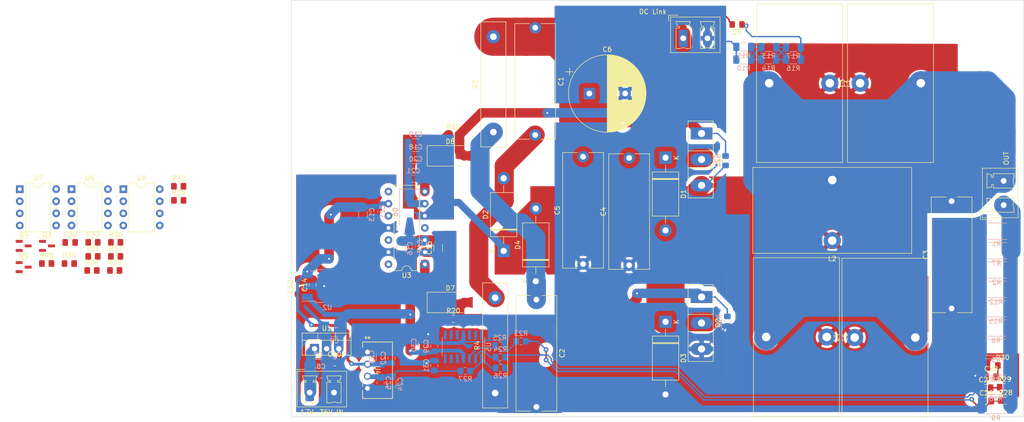
<source format=kicad_pcb>
(kicad_pcb (version 20211014) (generator pcbnew)
  (layers (0 "F.Cu" signal) (31 "B.Cu" signal) (34 "B.Paste" user) (35 "F.Paste" user) (36 "B.SilkS" user "B.Silkscreen") (37 "F.SilkS" user "F.Silkscreen") (38 "B.Mask" user) (39 "F.Mask" user) (44 "Edge.Cuts" user))
  (net 0 "")
  (net 1 "DC Link+")
  (net 2 "Net-(C1-Pad2)")
  (net 3 "Net-(C2-Pad1)")
  (net 4 "DC Link-")
  (net 5 "Net-(C3-Pad2)")
  (net 6 "Net-(D5-Pad1)")
  (net 7 "Net-(J2-Pad1)")
  (net 8 "Net-(R10-Pad2)")
  (net 9 "Net-(R13-Pad2)")
  (net 10 "Net-(C7-Pad2)")
  (net 11 "+15V")
  (net 12 "+5V")
  (net 13 "VS")
  (net 14 "Net-(C18-Pad2)")
  (net 15 "Net-(D7-Pad1)")
  (net 16 "-5V")
  (net 17 "Net-(D8-Pad1)")
  (net 18 "Net-(C26-Pad2)")
  (net 22 "Net-(C27-Pad2)")
  (net 23 "Net-(C28-Pad2)")
  (net 24 "Net-(D7-Pad2)")
  (net 25 "Net-(D8-Pad2)")
  (net 26 "Net-(R24-Pad2)")
  (net 27 "Net-(R26-Pad1)")
  (net 35 "Net-(R23-Pad2)")
  (net 36 "Net-(U5-Pad6)")
  (net 37 "Net-(Q3-Pad1)")
  (net 38 "Net-(Q3-Pad3)")
  (net 39 "Net-(Q4-Pad1)")
  (net 40 "HIN")
  (net 41 "Net-(Q5-Pad1)")
  (net 42 "LIN")
  (net 43 "Net-(U5-Pad5)")
  (net 44 "A0")
  (footprint "Capacitor_SMD:C_1206_3216Metric_Pad1.33x1.80mm_HandSolder" (layer "F.Cu") (at 133.858 71.882 90)
    (fp_text reference "C15")
    (fp_text value "10u")
  )
  (footprint "Resistor_SMD:R_0805_2012Metric_Pad1.20x1.40mm_HandSolder" (layer "F.Cu") (at 66.299 70.709)
    (fp_text reference "R36")
    (fp_text value "470")
  )
  (footprint "Package_TO_SOT_THT:TO-247-3_Vertical" (layer "F.Cu") (at 189.029 47.879 -90)
    (fp_text reference "Q1")
    (fp_text value "Q_NMOS_GDS")
  )
  (footprint "Capacitor_THT:C_Rect_L24.0mm_W8.3mm_P22.50mm_MKT" (layer "F.Cu") (at 154.432 82.73 -90)
    (fp_text reference "C2")
    (fp_text value "C_Snub")
  )
  (footprint "Capacitor_SMD:C_0805_2012Metric_Pad1.18x1.45mm_HandSolder" (layer "F.Cu") (at 56.769 70.739)
    (fp_text reference "C32")
    (fp_text value "47n")
  )
  (footprint "Resistor_SMD:R_0805_2012Metric_Pad1.20x1.40mm_HandSolder" (layer "F.Cu") (at 252.73 103.886)
    (fp_text reference "R28")
    (fp_text value "220")
  )
  (footprint "Resistor_SMD:R_0805_2012Metric_Pad1.20x1.40mm_HandSolder" (layer "F.Cu") (at 66.099 76.609)
    (fp_text reference "R39")
    (fp_text value "1k")
  )
  (footprint "Capacitor_THT:CP_Radial_D16.0mm_P7.50mm" (layer "F.Cu") (at 165.524246 39.497)
    (fp_text reference "C6")
    (fp_text value "56uF")
  )
  (footprint "Resistor_SMD:R_0805_2012Metric_Pad1.20x1.40mm_HandSolder" (layer "F.Cu") (at 61.349 76.609)
    (fp_text reference "R34")
    (fp_text value "470")
  )
  (footprint "Connector_Phoenix_MC_HighVoltage:PhoenixContact_MCV_1,5_2-G-5.08_1x02_P5.08mm_Vertical" (layer "F.Cu") (at 106.9515 102.2155)
    (fp_text reference "J3" hide)
    (fp_text value "17V-35V IN")
  )
  (footprint "Inductor_THT:L_Toroid_Vertical_L33.0mm_W17.8mm_P12.70mm_Pulse_KM-5" (layer "F.Cu") (at 222.255 37.338 90)
    (fp_text reference "L3")
    (fp_text value "330uH 5.2A")
  )
  (footprint "Capacitor_SMD:C_0805_2012Metric_Pad1.18x1.45mm_HandSolder" (layer "F.Cu") (at 248.539 101.219)
    (fp_text reference "C27")
    (fp_text value "47n")
  )
  (footprint "Package_TO_SOT_SMD:SOT-23" (layer "F.Cu") (at 47.029 71.459)
    (fp_text reference "Q4")
    (fp_text value "Q_PMOS_GSD")
  )
  (footprint "Diode_THT:D_DO-201AE_P15.24mm_Horizontal" (layer "F.Cu") (at 147.574 72.517 90)
    (fp_text reference "D2")
    (fp_text value "MUR460")
  )
  (footprint "Capacitor_SMD:C_1206_3216Metric_Pad1.33x1.80mm_HandSolder" (layer "F.Cu") (at 104.775 80.01 90)
    (fp_text reference "C12")
    (fp_text value "10u")
  )
  (footprint "Resistor_THT:R_Box_L26.0mm_W5.0mm_P20.00mm" (layer "F.Cu") (at 145.796 102.329 90)
    (fp_text reference "R4")
    (fp_text value "R_Snub")
  )
  (footprint "Package_DIP:DIP-14_W7.62mm" (layer "F.Cu") (at 131.064 75.311 180)
    (fp_text reference "U3")
    (fp_text value "IR2110")
  )
  (footprint "Capacitor_SMD:C_0805_2012Metric_Pad1.18x1.45mm_HandSolder" (layer "F.Cu") (at 112.141 95.885)
    (fp_text reference "C10")
    (fp_text value "100n")
  )
  (footprint "Package_DIP:DIP-8_W7.62mm" (layer "F.Cu") (at 67.909 59.559)
    (fp_text reference "U8")
    (fp_text value "6N137")
  )
  (footprint "Resistor_SMD:R_0805_2012Metric_Pad1.20x1.40mm_HandSolder" (layer "F.Cu") (at 51.849 75.159)
    (fp_text reference "R40")
    (fp_text value "470")
  )
  (footprint "Resistor_SMD:R_0805_2012Metric_Pad1.20x1.40mm_HandSolder" (layer "F.Cu") (at 137.033 86.741)
    (fp_text reference "R20")
    (fp_text value "10")
  )
  (footprint "Diode_SMD:D_SMA-SMB_Universal_Handsoldering" (layer "F.Cu") (at 136.398 83.312)
    (fp_text reference "D7")
    (fp_text value "US1M")
  )
  (footprint "Package_TO_SOT_SMD:SOT-23" (layer "F.Cu") (at 47.029 75.909)
    (fp_text reference "Q5")
    (fp_text value "Q_PMOS_GSD")
  )
  (footprint "Capacitor_THT:C_Rect_L24.0mm_W8.3mm_P22.50mm_MKT" (layer "F.Cu") (at 241.4095 84.582 90)
    (fp_text reference "C3")
    (fp_text value "1uF 400V")
  )
  (footprint "Package_TO_SOT_SMD:SOT-23" (layer "F.Cu") (at 51.919 71.459)
    (fp_text reference "Q3")
    (fp_text value "Q_PMOS_GSD")
  )
  (footprint "Package_DIP:DIP-8_W7.62mm" (layer "F.Cu") (at 46.209 59.559)
    (fp_text reference "U7")
    (fp_text value "6N137")
  )
  (footprint "Diode_SMD:D_SMA-SMB_Universal_Handsoldering" (layer "F.Cu") (at 136.398 52.578)
    (fp_text reference "D8")
    (fp_text value "US1M")
  )
  (footprint "Resistor_SMD:R_0805_2012Metric_Pad1.20x1.40mm_HandSolder" (layer "F.Cu") (at 61.549 70.709)
    (fp_text reference "R33")
    (fp_text value "470")
  )
  (footprint "Diode_THT:D_DO-201AE_P15.24mm_Horizontal" (layer "F.Cu") (at 181.483 87.376 -90)
    (fp_text reference "D3")
    (fp_text value "MUR460")
  )
  (footprint "Capacitor_SMD:C_0805_2012Metric_Pad1.18x1.45mm_HandSolder" (layer "F.Cu") (at 248.666 104.013)
    (fp_text reference "C26")
    (fp_text value "47n")
  )
  (footprint "B0505S-1WR3:B0505S_MNS" (layer "F.Cu") (at 119.0498 93.726 -90)
    (fp_text reference "U4")
    (fp_text value "B0505S-1WR3")
  )
  (footprint "Capacitor_SMD:C_0805_2012Metric_Pad1.18x1.45mm_HandSolder" (layer "F.Cu") (at 249.682 98.933)
    (fp_text reference "C28")
    (fp_text value "47n")
  )
  (footprint "Diode_SMD:D_0805_2012Metric_Pad1.15x1.40mm_HandSolder" (layer "F.Cu") (at 196.469 25.019 180)
    (fp_text reference "D5")
    (fp_text value "LED")
  )
  (footprint "Resistor_SMD:R_0805_2012Metric_Pad1.20x1.40mm_HandSolder" (layer "F.Cu") (at 252.476 101.092)
    (fp_text reference "R29")
    (fp_text value "220")
  )
  (footprint "Inductor_THT:L_Toroid_Vertical_L33.0mm_W17.8mm_P12.70mm_Pulse_KM-5" (layer "F.Cu") (at 215.9 37.338 -90)
    (fp_text reference "L1")
    (fp_text value "330uH 5.2A")
  )
  (footprint "Inductor_THT:L_Toroid_Vertical_L33.0mm_W17.8mm_P12.70mm_Pulse_KM-5" (layer "F.Cu") (at 216.408 70.353 180)
    (fp_text reference "L2")
    (fp_text value "330uH 5.2A")
  )
  (footprint "Capacitor_THT:C_Rect_L24.0mm_W8.3mm_P22.50mm_MKT" (layer "F.Cu") (at 154.178 25.707 -90)
    (fp_text reference "C1")
    (fp_text value "C_Snub")
  )
  (footprint "Resistor_SMD:R_0805_2012Metric_Pad1.20x1.40mm_HandSolder" (layer "F.Cu") (at 56.599 75.159)
    (fp_text reference "R35")
    (fp_text value "470")
  )
  (footprint "Capacitor_SMD:C_0805_2012Metric_Pad1.18x1.45mm_HandSolder" (layer "F.Cu") (at 107.569 79.629 90)
    (fp_text reference "C14")
    (fp_text value "100n")
  )
  (footprint "Capacitor_THT:C_Rect_L24.0mm_W8.3mm_P22.50mm_MKT" (layer "F.Cu") (at 173.863 75.512 90)
    (fp_text reference "C4")
    (fp_text value "1uF 400V")
  )
  (footprint "Capacitor_THT:C_Rect_L24.0mm_W8.3mm_P22.50mm_MKT" (layer "F.Cu") (at 164.211 75.258 90)
    (fp_text reference "C5")
    (fp_text value "1uF 400V")
  )
  (footprint "Resistor_SMD:R_0805_2012Metric_Pad1.20x1.40mm_HandSolder" (layer "F.Cu") (at 79.509 58.959)
    (fp_text reference "R32")
    (fp_text value "470")
  )
  (footprint "Package_TO_SOT_THT:TO-220-3_Vertical" (layer "F.Cu") (at 107.95 93.02)
    (fp_text reference "U1")
    (fp_text value "LM7815_TO220")
  )
  (footprint "Resistor_SMD:R_0805_2012Metric_Pad1.20x1.40mm_HandSolder" (layer "F.Cu") (at 66.299 73.659)
    (fp_text reference "R37")
    (fp_text value "220")
  )
  (footprint "Resistor_SMD:R_0805_2012Metric_Pad1.20x1.40mm_HandSolder" (layer "F.Cu") (at 61.549 73.659)
    (fp_text reference "R31")
    (fp_text value "470")
  )
  (footprint "Package_DIP:DIP-8_W7.62mm" (layer "F.Cu") (at 57.059 59.559)
    (fp_text reference "U6")
    (fp_text value "6N137")
  )
  (footprint "Package_TO_SOT_THT:TO-247-3_Vertical" (layer "F.Cu") (at 189.029 82.18 -90)
    (fp_text reference "Q2")
    (fp_text value "Q_NMOS_GDS")
  )
  (footprint "Resistor_SMD:R_0805_2012Metric_Pad1.20x1.40mm_HandSolder" (layer "F.Cu") (at 137.033 48.133)
    (fp_text reference "R19")
    (fp_text value "10")
  )
  (footprint "Resistor_SMD:R_0805_2012Metric_Pad1.20x1.40mm_HandSolder" (layer "F.Cu") (at 252.095 96.52)
    (fp_text reference "R30")
    (fp_text value "220")
  )
  (footprint "Inductor_THT:L_Toroid_Vertical_L33.0mm_W17.8mm_P12.70mm_Pulse_KM-5" (layer "F.Cu") (at 221.107 90.678 90)
    (fp_text reference "L4")
    (fp_text value "330uH 5.2A")
  )
  (footprint "Diode_THT:D_DO-201AE_P15.24mm_Horizontal" (layer "F.Cu") (at 181.483 52.959 -90)
    (fp_text reference "D1")
    (fp_text value "MUR460")
  )
  (footprint "Connector_Phoenix_MC_HighVoltage:PhoenixContact_MCV_1,5_2-G-5.08_1x02_P5.08mm_Vertical" (layer "F.Cu") (at 252.312 62.9005 90)
    (fp_text reference "J2" hide)
    (fp_text value "OUT")
  )
  (footprint "Diode_THT:D_DO-201AE_P15.24mm_Horizontal" (layer "F.Cu") (at 154.305 78.867 90)
    (fp_text reference "D4")
    (fp_text value "MUR460")
  )
  (footprint "Resistor_THT:R_Box_L26.0mm_W5.0mm_P20.00mm" (layer "F.Cu") (at 145.415 47.592 90)
    (fp_text reference "R3")
    (fp_text value "R_Snub")
  )
  (footprint "Resistor_SMD:R_0805_2012Metric_Pad1.20x1.40mm_HandSolder" (layer "F.Cu") (at 79.509 61.909)
    (fp_text reference "R38")
    (fp_text value "10k")
  )
  (footprint "Inductor_THT:L_Toroid_Vertical_L33.0mm_W17.8mm_P12.70mm_Pulse_KM-5" (layer "F.Cu") (at 215.26 90.563 -90)
    (fp_text reference "L5")
    (fp_text value "330uH 5.2A")
  )
  (footprint "Connector_Phoenix_MC_HighVoltage:PhoenixContact_MCV_1,5_2-G-5.08_1x02_P5.08mm_Vertical" (layer "F.Cu") (at 185.1835 27.9205)
    (fp_text reference "J1" hide)
    (fp_text value "DC Link")
  )
  (footprint "Capacitor_SMD:C_0805_2012Metric_Pad1.18x1.45mm_HandSolder" (layer "B.Cu") (at 120.509 64.262 90)
    (fp_text reference "C11")
    (fp_text value "100n")
  )
  (footprint "Capacitor_SMD:C_0805_2012Metric_Pad1.18x1.45mm_HandSolder" (layer "B.Cu") (at 128.651 57.404 180)
    (fp_text reference "C21")
    (fp_text value "100n")
  )
  (footprint "Resistor_SMD:R_2512_6332Metric_Pad1.40x3.35mm_HandSolder" (layer "B.Cu") (at 250.6805 100.891)
    (fp_text reference "R18")
    (fp_text value "0.1Ohm 3W")
  )
  (footprint "Resistor_SMD:R_2512_6332Metric_Pad1.40x3.35mm_HandSolder" (layer "B.Cu") (at 250.8075 76.507)
    (fp_text reference "R2")
    (fp_text value "0.1Ohm 3W")
  )
  (footprint "Resistor_SMD:R_1206_3216Metric_Pad1.30x1.75mm_HandSolder" (layer "B.Cu") (at 208.28 29.833)
    (fp_text reference "R17")
    (fp_text value "22K")
  )
  (footprint "Resistor_SMD:R_0805_2012Metric_Pad1.20x1.40mm_HandSolder" (layer "B.Cu") (at 139.538028 97.705236)
    (fp_text reference "R27")
    (fp_text value "470")
  )
  (footprint "Resistor_SMD:R_2512_6332Metric_Pad1.40x3.35mm_HandSolder" (layer "B.Cu") (at 250.6805 84.635)
    (fp_text reference "R15")
    (fp_text value "0.1Ohm 3W")
  )
  (footprint "Resistor_SMD:R_2512_6332Metric_Pad1.40x3.35mm_HandSolder" (layer "B.Cu") (at 250.7295 80.584)
    (fp_text reference "R12")
    (fp_text value "0.1Ohm 3W")
  )
  (footprint "Capacitor_SMD:C_1206_3216Metric_Pad1.33x1.80mm_HandSolder" (layer "B.Cu") (at 121.793 94.742 -90)
    (fp_text reference "C23")
    (fp_text value "10u")
  )
  (footprint "Capacitor_SMD:C_1206_3216Metric_Pad1.33x1.80mm_HandSolder" (layer "B.Cu") (at 124.079 100.457 90)
    (fp_text reference "C24")
    (fp_text value "10u")
  )
  (footprint "Resistor_SMD:R_0805_2012Metric_Pad1.20x1.40mm_HandSolder" (layer "B.Cu") (at 194.056 53.594 -90)
    (fp_text reference "R22")
    (fp_text value "1K")
  )
  (footprint "Capacitor_SMD:C_0805_2012Metric_Pad1.18x1.45mm_HandSolder" (layer "B.Cu") (at 121.793 100.203 90)
    (fp_text reference "C25")
    (fp_text value "100n")
  )
  (footprint "Package_TO_SOT_SMD:TO-252-2" (layer "B.Cu") (at 110.652 79.882)
    (fp_text reference "U2")
    (fp_text value "KA78M05_TO252")
  )
  (footprint "Resistor_SMD:R_2512_6332Metric_Pad1.40x3.35mm_HandSolder" (layer "B.Cu") (at 250.8155 72.482)
    (fp_text reference "R7")
    (fp_text value "0.1Ohm 3W")
  )
  (footprint "Resistor_SMD:R_2512_6332Metric_Pad1.40x3.35mm_HandSolder" (layer "B.Cu") (at 250.6805 92.763)
    (fp_text reference "R5")
    (fp_text value "0.1Ohm 3W")
  )
  (footprint "Capacitor_SMD:C_0805_2012Metric_Pad1.18x1.45mm_HandSolder" (layer "B.Cu") (at 128.397 71.501 90)
    (fp_text reference "C17")
    (fp_text value "100n")
  )
  (footprint "Capacitor_SMD:C_1206_3216Metric_Pad1.33x1.80mm_HandSolder" (layer "B.Cu") (at 130.632028 92.244236 -90)
    (fp_text reference "C30")
    (fp_text value "10u")
  )
  (footprint "Resistor_SMD:R_2512_6332Metric_Pad1.40x3.35mm_HandSolder" (layer "B.Cu") (at 250.6805 104.955)
    (fp_text reference "R9")
    (fp_text value "0.1Ohm 3W")
  )
  (footprint "Resistor_SMD:R_2512_6332Metric_Pad1.40x3.35mm_HandSolder" (layer "B.Cu") (at 250.6805 88.699)
    (fp_text reference "R6")
    (fp_text value "0.1Ohm 3W")
  )
  (footprint "Resistor_SMD:R_0805_2012Metric_Pad1.20x1.40mm_HandSolder" (layer "B.Cu") (at 146.888028 97.070236)
    (fp_text reference "R26")
    (fp_text value "10k")
  )
  (footprint "Resistor_SMD:R_2512_6332Metric_Pad1.40x3.35mm_HandSolder" (layer "B.Cu") (at 250.8075 68.379)
    (fp_text reference "R1")
    (fp_text value "0.1Ohm 3W")
  )
  (footprint "Resistor_SMD:R_1206_3216Metric_Pad1.30x1.75mm_HandSolder" (layer "B.Cu") (at 203.117 29.777)
    (fp_text reference "R13")
    (fp_text value "22K")
  )
  (footprint "Diode_SMD:D_SMA-SMB_Universal_Handsoldering" (layer "B.Cu") (at 127.889 64.389 -90)
    (fp_text reference "D6")
    (fp_text value "US1M")
  )
  (footprint "Resistor_SMD:R_0805_2012Metric_Pad1.20x1.40mm_HandSolder" (layer "B.Cu") (at 146.888028 94.784236 180)
    (fp_text reference "R24")
    (fp_text value "10k")
  )
  (footprint "Capacitor_SMD:C_0805_2012Metric_Pad1.18x1.45mm_HandSolder" (layer "B.Cu") (at 133.045028 92.498236 -90)
    (fp_text reference "C29")
    (fp_text value "100n")
  )
  (footprint "Resistor_SMD:R_1206_3216Metric_Pad1.30x1.75mm_HandSolder" (layer "B.Cu") (at 203.073 32.385)
    (fp_text reference "R14")
    (fp_text value "22K")
  )
  (footprint "Capacitor_SMD:C_1206_3216Metric_Pad1.33x1.80mm_HandSolder" (layer "B.Cu") (at 126.111 72.009 90)
    (fp_text reference "C16")
    (fp_text value "10u")
  )
  (footprint "Capacitor_SMD:C_0805_2012Metric_Pad1.18x1.45mm_HandSolder" (layer "B.Cu") (at 124.079 94.996 -90)
    (fp_text reference "C22")
    (fp_text value "100n")
  )
  (footprint "Capacitor_SMD:C_1206_3216Metric_Pad1.33x1.80mm_HandSolder" (layer "B.Cu") (at 108.712 96.139 180)
    (fp_text reference "C7")
    (fp_text value "10u")
  )
  (footprint "Capacitor_SMD:C_1206_3216Metric_Pad1.33x1.80mm_HandSolder" (layer "B.Cu") (at 112.141 89.535)
    (fp_text reference "C9")
    (fp_text value "10u")
  )
  (footprint "Package_SO:SOIC-14_3.9x8.7mm_P1.27mm" (layer "B.Cu") (at 139.141028 92.625236 90)
    (fp_text reference "U5")
    (fp_text value "LM324")
  )
  (footprint "Capacitor_SMD:C_1206_3216Metric_Pad1.33x1.80mm_HandSolder" (layer "B.Cu") (at 129.159 52.578 180)
    (fp_text reference "C18")
    (fp_text value "10u")
  )
  (footprint "Resistor_SMD:R_1206_3216Metric_Pad1.30x1.75mm_HandSolder" (layer "B.Cu") (at 197.866 29.718)
    (fp_text reference "R11")
    (fp_text value "22K")
  )
  (footprint "Capacitor_SMD:C_0805_2012Metric_Pad1.18x1.45mm_HandSolder" (layer "B.Cu") (at 109.347 98.425 180)
    (fp_text reference "C8")
    (fp_text value "100n")
  )
  (footprint "Capacitor_SMD:C_1206_3216Metric_Pad1.33x1.80mm_HandSolder" (layer "B.Cu") (at 118.11 64.897 90)
    (fp_text reference "C13")
    (fp_text value "10u")
  )
  (footprint "Capacitor_SMD:C_1206_3216Metric_Pad1.33x1.80mm_HandSolder" (layer "B.Cu") (at 129.159 55.118 180)
    (fp_text reference "C20")
    (fp_text value "10u")
  )
  (footprint "Resistor_SMD:R_1206_3216Metric_Pad1.30x1.75mm_HandSolder" (layer "B.Cu") (at 208.28 32.385)
    (fp_text reference "R16")
    (fp_text value "22K")
  )
  (footprint "Capacitor_SMD:C_0805_2012Metric_Pad1.18x1.45mm_HandSolder" (layer "B.Cu") (at 133.045028 96.562236 -90)
    (fp_text reference "C31")
    (fp_text value "100n")
  )
  (footprint "Resistor_SMD:R_0805_2012Metric_Pad1.20x1.40mm_HandSolder" (layer "B.Cu") (at 194.437 87.249 -90)
    (fp_text reference "R21")
    (fp_text value "1K")
  )
  (footprint "Resistor_SMD:R_0805_2012Metric_Pad1.20x1.40mm_HandSolder" (layer "B.Cu") (at 146.761028 92.371236 180)
    (fp_text reference "R25")
    (fp_text value "10k")
  )
  (footprint "Resistor_SMD:R_0805_2012Metric_Pad1.20x1.40mm_HandSolder" (layer "B.Cu") (at 151.206028 91.482236 180)
    (fp_text reference "R23")
    (fp_text value "10k")
  )
  (footprint "Resistor_SMD:R_1206_3216Metric_Pad1.30x1.75mm_HandSolder" (layer "B.Cu") (at 197.866 32.385)
    (fp_text reference "R10")
    (fp_text value "22K")
  )
  (footprint "Resistor_SMD:R_2512_6332Metric_Pad1.40x3.35mm_HandSolder" (layer "B.Cu") (at 250.6805 96.827)
    (fp_text reference "R8")
    (fp_text value "0.1Ohm 3W")
  )
  (footprint "Capacitor_SMD:C_1206_3216Metric_Pad1.33x1.80mm_HandSolder" (layer "B.Cu") (at 129.159 49.911 180)
    (fp_text reference "C19")
    (fp_text value "10u")
  )
  (gr_rect (start 256.54 19.939) (end 103.124 107.315) (layer "Edge.Cuts") (width 0.1) (fill none))
  (segment (start 194.818 24.003) (end 194.818 24.393) (width 0.3) (layer "F.Cu") (net 1))
  (segment (start 158.91 27.592) (end 160.528 29.21) (width 4) (layer "F.Cu") (net 1))
  (segment (start 164.412 52.959) (end 164.211 52.758) (width 10) (layer "F.Cu") (net 1))
  (segment (start 187.071 23.368) (end 194.183 23.368) (width 0.3) (layer "F.Cu") (net 1))
  (segment (start 152.293 27.592) (end 158.91 27.592) (width 8) (layer "F.Cu") (net 1))
  (segment (start 185.1835 27.9205) (end 185.1835 25.2555) (width 0.3) (layer "F.Cu") (net 1))
  (segment (start 194.818 24.393) (end 195.444 25.019) (width 0.3) (layer "F.Cu") (net 1))
  (segment (start 168.402 28.702) (end 182.118 28.702) (width 10) (layer "F.Cu") (net 1))
  (segment (start 190.892 52.959) (end 191.262 53.329) (width 0.3) (layer "F.Cu") (net 1))
  (segment (start 185.1835 25.2555) (end 187.071 23.368) (width 0.3) (layer "F.Cu") (net 1))
  (segment (start 164.211 32.893) (end 166.37 30.734) (width 10) (layer "F.Cu") (net 1))
  (segment (start 166.37 30.734) (end 168.402 28.702) (width 10) (layer "F.Cu") (net 1))
  (segment (start 194.818 24.003) (end 194.183 23.368) (width 0.3) (layer "F.Cu") (net 1))
  (segment (start 154.178 25.707) (end 157.025 25.707) (width 4) (layer "F.Cu") (net 1))
  (segment (start 160.528 29.21) (end 164.211 32.893) (width 8) (layer "F.Cu") (net 1))
  (segment (start 152.293 27.592) (end 154.178 25.707) (width 4) (layer "F.Cu") (net 1))
  (segment (start 145.415 27.592) (end 152.293 27.592) (width 8) (layer "F.Cu") (net 1))
  (segment (start 164.211 52.758) (end 164.211 32.893) (width 10) (layer "F.Cu") (net 1))
  (segment (start 180.975 52.959) (end 164.412 52.959) (width 10) (layer "F.Cu") (net 1))
  (segment (start 157.025 25.707) (end 160.528 29.21) (width 4) (layer "F.Cu") (net 1))
  (segment (start 180.975 52.959) (end 189.611 52.959) (width 4) (layer "F.Cu") (net 1))
  (segment (start 189.611 52.959) (end 190.892 52.959) (width 0.3) (layer "F.Cu") (net 1))
  (segment (start 142.367 67.31) (end 147.701 61.976) (width 4) (layer "F.Cu") (net 2))
  (segment (start 142.367 78.9) (end 142.367 67.31) (width 4) (layer "F.Cu") (net 2))
  (segment (start 145.796 82.329) (end 142.367 78.9) (width 4) (layer "F.Cu") (net 2))
  (segment (start 147.701 61.976) (end 147.701 54.684) (width 4) (layer "F.Cu") (net 2))
  (segment (start 147.701 54.684) (end 154.178 48.207) (width 4) (layer "F.Cu") (net 2))
  (segment (start 154.432 78.994) (end 154.305 78.867) (width 4) (layer "B.Cu") (net 3))
  (segment (start 154.305 78.867) (end 154.305 69.635) (width 4) (layer "B.Cu") (net 3))
  (segment (start 142.621 59.817) (end 142.621 50.386) (width 4) (layer "B.Cu") (net 3))
  (segment (start 142.621 50.386) (end 145.415 47.592) (width 4) (layer "B.Cu") (net 3))
  (segment (start 154.432 82.73) (end 154.432 78.994) (width 4) (layer "B.Cu") (net 3))
  (segment (start 149.435 66.631) (end 142.621 59.817) (width 4) (layer "B.Cu") (net 3))
  (segment (start 151.301 66.631) (end 149.435 66.631) (width 4) (layer "B.Cu") (net 3))
  (segment (start 154.305 69.635) (end 151.301 66.631) (width 4) (layer "B.Cu") (net 3))
  (segment (start 247.6285 101.346) (end 247.5015 101.219) (width 0.3) (layer "F.Cu") (net 4))
  (segment (start 108.9735 80.8915) (end 109.1985 80.6665) (width 2) (layer "F.Cu") (net 4))
  (segment (start 248.6445 98.933) (end 246.634 98.933) (width 0.3) (layer "F.Cu") (net 4))
  (segment (start 247.5015 101.219) (end 247.5015 99.8005) (width 0.3) (layer "F.Cu") (net 4))
  (segment (start 109.1985 80.6665) (end 109.982 79.883) (width 2) (layer "F.Cu") (net 4))
  (segment (start 247.6285 104.013) (end 247.6285 99.9275) (width 0.3) (layer "F.Cu") (net 4))
  (segment (start 247.5015 100.076) (end 248.6445 98.933) (width 0.3) (layer "F.Cu") (net 4))
  (segment (start 131.064 72.771) (end 133.1845 72.771) (width 2) (layer "F.Cu") (net 4))
  (segment (start 247.5015 99.8005) (end 246.38 98.679) (width 0.3) (layer "F.Cu") (net 4))
  (segment (start 246.634 98.933) (end 246.38 98.679) (width 0.3) (layer "F.Cu") (net 4))
  (segment (start 111.1035 95.885) (end 110.49 95.2715) (width 0.3) (layer "F.Cu") (net 4))
  (segment (start 104.775 81.5725) (end 105.456 80.8915) (width 2) (layer "F.Cu") (net 4))
  (segment (start 133.1845 72.771) (end 133.858 73.4445) (width 2) (layer "F.Cu") (net 4))
  (segment (start 247.6285 104.013) (end 247.6285 101.346) (width 0.3) (layer "F.Cu") (net 4))
  (segment (start 246.6125 102.108) (end 247.5015 101.219) (width 0.3) (layer "F.Cu") (net 4))
  (segment (start 105.456 80.8915) (end 108.9735 80.8915) (width 2) (layer "F.Cu") (net 4))
  (segment (start 247.6285 99.9275) (end 246.38 98.679) (width 0.3) (layer "F.Cu") (net 4))
  (segment (start 247.5015 101.219) (end 247.5015 100.076) (width 0.3) (layer "F.Cu") (net 4))
  (segment (start 110.49 95.2715) (end 110.49 93.02) (width 1) (layer "F.Cu") (net 4))
  (segment (start 106.553 80.6665) (end 109.1985 80.6665) (width 1.5) (layer "F.Cu") (net 4))
  (via (at 131.775028 89.958236) (size 1) (drill 0.4) (layers "F.Cu" "B.Cu") (net 4))
  (via (at 246.38 98.679) (size 1) (drill 0.4) (layers "F.Cu" "B.Cu") (net 4))
  (via (at 109.982 79.883) (size 1) (drill 0.4) (layers "F.Cu" "B.Cu") (net 4))
  (via (at 131.394028 96.054236) (size 1) (drill 0.4) (layers "F.Cu" "B.Cu") (net 4))
  (segment (start 194.437 88.249) (end 189.606 93.08) (width 0.3) (layer "B.Cu") (net 4))
  (segment (start 110.49 89.6235) (end 110.5785 89.535) (width 2) (layer "B.Cu") (net 4))
  (segment (start 245.224497 102.682) (end 245.8395 102.682) (width 0.3) (layer "B.Cu") (net 4))
  (segment (start 245.8395 102.682) (end 247.6305 100.891) (width 0.3) (layer "B.Cu") (net 4))
  (segment (start 131.775028 90.190736) (end 133.045028 91.460736) (width 0.8) (layer "B.Cu") (net 4))
  (segment (start 183.763528 97.19) (end 189.732528 103.159) (width 0.3) (layer "B.Cu") (net 4))
  (segment (start 196.316 32.385) (end 196.316 29.718) (width 0.3) (layer "B.Cu") (net 4))
  (segment (start 110.49 95.9235) (end 110.49 94.869) (width 2) (layer "B.Cu") (net 4))
  (segment (start 130.632028 90.681736) (end 131.051528 90.681736) (width 0.8) (layer "B.Cu") (net 4))
  (segment (start 124.079 102.0195) (end 122.572 102.0195) (width 1) (layer "B.Cu") (net 4))
  (segment (start 146.939 104.521) (end 159.131 104.521) (width 4) (layer "B.Cu") (net 4))
  (segment (start 195.1925 28.5945) (end 193.6945 28.5945) (width 0.3) (layer "B.Cu") (net 4))
  (segment (start 131.775028 89.958236) (end 131.775028 90.190736) (width 0.8) (layer "B.Cu") (net 4))
  (segment (start 133.409528 91.825236) (end 138.37311 91.825236) (width 0.8) (layer "B.Cu") (net 4))
  (segment (start 157.579898 95.150102) (end 157.579898 95.64437) (width 0.3) (layer "B.Cu") (net 4))
  (segment (start 110.49 98.3195) (end 110.3845 98.425) (width 2) (layer "B.Cu") (net 4))
  (segment (start 110.49 94.869) (end 110.49 98.3195) (width 2) (layer "B.Cu") (net 4))
  (segment (start 143.349556 91.575236) (end 139.658946 91.575236) (width 0.3) (layer "B.Cu") (net 4))
  (segment (start 122.572 93.9585) (end 121.793 93.1795) (width 1) (layer "B.Cu") (net 4))
  (segment (start 145.796 103.378) (end 146.939 104.521) (width 4) (layer "B.Cu") (net 4))
  (segment (start 143.703556 91.221236) (end 143.349556 91.575236) (width 0.3) (layer "B.Cu") (net 4))
  (segment (start 110.3845 98.425) (end 110.3845 100.5685) (width 2) (layer "B.Cu") (net 4))
  (segment (start 133.045028 91.460736) (end 133.409528 91.825236) (width 0.8) (layer "B.Cu") (net 4))
  (segment (start 244.747497 103.159) (end 245.224497 102.682) (width 0.3) (layer "B.Cu") (net 4))
  (segment (start 147.761028 92.371236) (end 146.611028 91.221236) (width 0.3) (layer "B.Cu") (net 4))
  (segment (start 246.38 98.0775) (end 247.6305 96.827) (width 0.3) (layer "B.Cu") (net 4))
  (segment (start 139.658946 91.575236) (end 139.141028 91.057318) (width 0.3) (layer "B.Cu") (net 4))
  (segment (start 121.793 101.2405) (end 119.1553 101.2405) (width 1) (layer "B.Cu") (net 4))
  (segment (start 130.632028 90.681736) (end 132.266028 90.681736) (width 0.8) (layer "B.Cu") (net 4))
  (segment (start 138.37311 91.825236) (end 139.141028 91.057318) (width 0.8) (layer "B.Cu") (net 4))
  (segment (start 246.38 98.679) (end 246.38 98.0775) (width 0.3) (layer "B.Cu") (net 4))
  (segment (start 145.796 102.329) (end 145.796 103.378) (width 4) (layer "B.Cu") (net 4))
  (segment (start 156.791503 94.361) (end 148.311264 94.361) (width 0.3) (layer "B.Cu") (net 4))
  (segment (start 189.732528 103.159) (end 244.747497 103.159) (width 0.3) (layer "B.Cu") (net 4))
  (segment (start 119.1553 101.2405) (end 119.0498 101.346) (width 1) (layer "B.Cu") (net 4))
  (segment (start 110.2745 96.139) (end 110.49 95.9235) (width 0.3) (layer "B.Cu") (net 4))
  (segment (start 131.923528 95.524736) (end 131.394028 96.054236) (width 0.3) (layer "B.Cu") (net 4))
  (segment (start 161.036 102.616) (end 181.483 102.616) (width 4) (layer "B.Cu") (net 4))
  (segment (start 148.311264 94.361) (end 147.888028 94.784236) (width 0.3) (layer "B.Cu") (net 4))
  (segment (start 157.579898 95.64437) (end 159.125528 97.19) (width 0.3) (layer "B.Cu") (net 4))
  (segment (start 193.6945 28.5945) (end 193.0205 27.9205) (width 0.3) (layer "B.Cu") (net 4))
  (segment (start 110.49 94.869) (end 110.49 93.02) (width 2) (layer "B.Cu") (net 4))
  (segment (start 133.045028 95.524736) (end 131.923528 95.524736) (width 0.3) (layer "B.Cu") (net 4))
  (segment (start 119.5963 93.1795) (end 119.0498 93.726) (width 0.3) (layer "B.Cu") (net 4))
  (segment (start 157.579898 95.64437) (end 157.579898 95.149395) (width 0.3) (layer "B.Cu") (net 4))
  (segment (start 110.49 93.02) (end 110.49 89.6235) (width 2) (layer "B.Cu") (net 4))
  (segment (start 189.606 93.08) (end 189.029 93.08) (width 0.3) (layer "B.Cu") (net 4))
  (segment (start 157.579898 95.149395) (end 156.791503 94.361) (width 0.3) (layer "B.Cu") (net 4))
  (segment (start 132.266028 90.681736) (end 133.045028 91.460736) (width 0.8) (layer "B.Cu") (net 4))
  (segment (start 110.3845 100.5685) (end 112.0315 102.2155) (width 2) (layer "B.Cu") (net 4))
  (segment (start 139.141028 91.057318) (end 139.141028 90.150236) (width 0.8) (layer "B.Cu") (net 4))
  (segment (start 131.051528 90.681736) (end 131.775028 89.958236) (width 0.8) (layer "B.Cu") (net 4))
  (segment (start 124.079 93.9585) (end 122.572 93.9585) (width 1) (layer "B.Cu") (net 4))
  (segment (start 193.0205 27.9205) (end 190.2635 27.9205) (width 0.3) (layer "B.Cu") (net 4))
  (segment (start 146.611028 91.221236) (end 143.703556 91.221236) (width 0.3) (layer "B.Cu") (net 4))
  (segment (start 159.131 104.521) (end 161.036 102.616) (width 4) (layer "B.Cu") (net 4))
  (segment (start 122.572 102.0195) (end 121.793 101.2405) (width 1) (layer "B.Cu") (net 4))
  (segment (start 159.125528 97.19) (end 183.763528 97.19) (width 0.3) (layer "B.Cu") (net 4))
  (segment (start 196.316 29.718) (end 195.1925 28.5945) (width 0.3) (layer "B.Cu") (net 4))
  (segment (start 121.793 93.1795) (end 119.5963 93.1795) (width 1) (layer "B.Cu") (net 4))
  (segment (start 221.763 71.503383) (end 221.763 62.082) (width 5) (layer "B.Cu") (net 5))
  (segment (start 245.6745 62.082) (end 241.4095 62.082) (width 5) (layer "B.Cu") (net 5))
  (segment (start 221.615 83.82) (end 221.615 78.613) (width 5) (layer "B.Cu") (net 5))
  (segment (start 220.837 62.082) (end 218.506 59.751) (width 5) (layer "B.Cu") (net 5))
  (segment (start 232.685 62.082) (end 233.812 63.209) (width 5) (layer "B.Cu") (net 5))
  (segment (start 242.57 41.91) (end 242.57 41.656) (width 5) (layer "B.Cu") (net 5))
  (segment (start 211.582 45.72) (end 225.806 45.72) (width 5) (layer "B.Cu") (net 5))
  (segment (start 211.836 45.974) (end 211.582 45.72) (width 5) (layer "B.Cu") (net 5))
  (segment (start 249.936 57.8205) (end 238.087 45.9715) (width 5) (layer "B.Cu") (net 5))
  (segment (start 226.314 56.881) (end 226.314 61.341) (width 5) (layer "B.Cu") (net 5))
  (segment (start 239.649 37.973) (end 239.014 37.338) (width 5) (layer "B.Cu") (net 5))
  (segment (start 211.836 60.198) (end 211.836 45.974) (width 5) (layer "B.Cu") (net 5))
  (segment (start 247.269 37.338) (end 239.014 37.338) (width 5) (layer "B.Cu") (net 5))
  (segment (start 226.1895 46.1035) (end 234.955 37.338) (width 5) (layer "B.Cu") (net 5))
  (segment (start 211.808 68.447617) (end 217.263617 62.992) (width 5) (layer "B.Cu") (net 5))
  (segment (start 221.747 50.546) (end 223.9035 48.3895) (width 5) (layer "B.Cu") (net 5))
  (segment (start 226.7 83.82) (end 226.06 83.82) (width 5) (layer "B.Cu") (net 5))
  (segment (start 209.296 43.434) (end 208.2165 42.3545) (width 5) (layer "B.Cu") (net 5))
  (segment (start 221.615 83.82) (end 213.233 83.82) (width 5) (layer "B.Cu") (net 5))
  (segment (start 223.962 50.099) (end 226.5655 47.4955) (width 5) (layer "B.Cu") (net 5))
  (segment (start 223.8425 48.4505) (end 223.9035 48.3895) (width 5) (layer "B.Cu") (net 5))
  (segment (start 227.055 62.082) (end 221.763 62.082) (width 5) (layer "B.Cu") (net 5))
  (segment (start 202.565 90.817) (end 202.565 60.452) (width 5) (layer "B.Cu") (net 5))
  (segment (start 232.685 62.082) (end 227.055 62.082) (width 5) (layer "B.Cu") (net 5))
  (segment (start 240.792 44.069) (end 239.649 42.926) (width 5) (layer "B.Cu") (net 5))
  (segment (start 234.945 39.116) (end 234.945 37.348) (width 5) (layer "B.Cu") (net 5))
  (segment (start 216.408 50.546) (end 214.3125 48.4505) (width 5) (layer "B.Cu") (net 5))
  (segment (start 220.420192 72.846192) (end 221.008 72.258383) (width 5) (layer "B.Cu") (net 5))
  (segment (start 221.763 62.082) (end 220.837 62.082) (width 5) (layer "B.Cu") (net 5))
  (segment (start 230.6295 43.4315) (end 232.0265 42.0345) (width 5) (layer "B.Cu") (net 5))
  (segment (start 234.696 49.784) (end 234.569 49.784) (width 5) (layer "B.Cu") (net 5))
  (segment (start 211.582 45.72) (end 209.296 43.434) (width 5) (layer "B.Cu") (net 5))
  (segment (start 226.5655 47.4955) (end 228.7245 45.3365) (width 5) (layer "B.Cu") (net 5))
  (segment (start 238.087 45.9715) (end 232.0265 45.9715) (width 5) (layer "B.Cu") (net 5))
  (segment (start 226.06 77.343) (end 226.06 63.077) (width 5) (layer "B.Cu") (net 5))
  (segment (start 213.233 83.82) (end 209.562 83.82) (width 5) (layer "B.Cu") (net 5))
  (segment (start 219.4535 54.6075) (end 216.408 57.653) (width 5) (layer "B.Cu") (net 5))
  (segment (start 209.562 83.82) (end 209.562 63.131) (width 5) (layer "B.Cu") (net 5))
  (segment (start 213.995 48.133) (end 211.582 45.72) (width 5) (layer "B.Cu") (net 5))
  (segment (start 221.747 52.314) (end 219.4535 54.6075) (width 5) (layer "B.Cu") (net 5))
  (segment (start 221.747 52.314) (end 221.747 62.066) (width 5) (layer "B.Cu") (net 5))
  (segment (start 246.33425 61.42225) (end 234.696 49.784) (width 5) (layer "B.Cu") (net 5))
  (segment (start 242.57 41.656) (end 246.634 41.656) (width 5) (layer "B.Cu") (net 5))
  (segment (start 228.7245 45.3365) (end 228.7245 55.1155) (width 5) (layer "B.Cu") (net 5))
  (segment (start 218.059 60.198) (end 213.995 60.198) (width 5) (layer "B.Cu") (net 5))
  (segment (start 211.808 81.308) (end 216.888 76.228) (width 5) (layer "B.Cu") (net 5))
  (segment (start 216.408 57.653) (end 216.408 50.546) (width 5) (layer "B.Cu") (net 5))
  (segment (start 248.11225 59.64425) (end 238.087 49.619) (width 5) (layer "B.Cu") (net 5))
  (segment (start 208.28 60.198) (end 203.962 60.198) (width 5) (layer "B.Cu") (net 5))
  (segment (start 213.995 60.198) (end 213.995 48.133) (width 5) (layer "B.Cu") (net 5))
  (segment (start 252.312 57.8205) (end 249.936 57.8205) (width 5) (layer "B.Cu") (net 5))
  (segment (start 203.962 42.291) (end 203.2 41.529) (width 5) (layer "B.Cu") (net 5))
  (segment (start 232.0265 45.9715) (end 232.0265 51.4325) (width 5) (layer "B.Cu") (net 5))
  (segment (start 226.06 83.82) (end 221.615 83.82) (width 5) (layer "B.Cu") (net 5))
  (segment (start 218.506 59.751) (end 218.059 60.198) (width 5) (layer "B.Cu") (net 5))
  (segment (start 226.06 83.82) (end 226.06 77.343) (width 5) (layer "B.Cu") (net 5))
  (segment (start 229.428 86.548) (end 226.7 83.82) (width 5) (layer "B.Cu") (net 5))
  (segment (start 234.945 37.348) (end 234.955 37.338) (width 5) (layer "B.Cu") (net 5))
  (segment (start 232.0265 51.4325) (end 239.649 59.055) (width 5) (layer "B.Cu") (net 5))
  (segment (start 248.11225 59.64425) (end 246.33425 61.42225) (width 5) (layer "B.Cu") (net 5))
  (segment (start 216.408 50.546) (end 221.747 50.546) (width 5) (layer "B.Cu") (net 5))
  (segment (start 246.634 41.656) (end 247.269 42.291) (width 5) (layer "B.Cu") (net 5))
  (segment (start 205.746 87.636) (end 205.613 87.503) (width 5) (layer "B.Cu") (net 5))
  (segment (start 219.4535 54.6075) (end 223.962 50.099) (width 5) (layer "B.Cu") (net 5))
  (segment (start 221.747 52.314) (end 220.837 53.224) (width 5) (layer "B.Cu") (net 5))
  (segment (start 214.3125 48.4505) (end 223.8425 48.4505) (width 5) (layer "B.Cu") (net 5))
  (segment (start 252.312 47.334) (end 247.269 42.291) (width 5) (layer "B.Cu") (net 5))
  (segment (start 218.313383 74.953) (end 219.531192 73.735191) (width 5) (layer "B.Cu") (net 5))
  (segment (start 226.06 63.077) (end 227.055 62.082) (width 5) (layer "B.Cu") (net 5))
  (segment (start 211.808 70.838) (end 211.808 72.258383) (width 5) (layer "B.Cu") (net 5))
  (segment (start 221.615 78.613) (end 219.964 76.962) (width 5) (layer "B.Cu") (net 5))
  (segment (start 214.3125 48.4505) (end 211.582 45.72) (width 5) (layer "B.Cu") (net 5))
  (segment (start 226.5655 56.5125) (end 229.489 59.436) (width 5) (layer "B.Cu") (net 5))
  (segment (start 239.014 37.338) (end 234.955 37.338) (width 5) (layer "B.Cu") (net 5))
  (segment (start 223.9035 48.3895) (end 226.1895 46.1035) (width 5) (layer "B.Cu") (net 5))
  (segment (start 220.420192 72.846192) (end 221.763 71.503383) (width 5) (layer "B.Cu") (net 5))
  (segment (start 216.888 80.165) (end 216.888 76.228) (width 5) (layer "B.Cu") (net 5))
  (segment (start 221.763 69.202617) (end 218.473383 65.913) (width 5) (layer "B.Cu") (net 5))
  (segment (start 229.428 86.548) (end 229.428 65.852) (width 5) (layer "B.Cu") (net 5))
  (segment (start 228.7245 55.1155) (end 232.283 58.674) (width 5) (layer "B.Cu") (net 5))
  (segment (start 221.763 71.503383) (end 221.763 69.202617) (width 5) (layer "B.Cu") (net 5))
  (segment (start 213.233 83.82) (end 216.888 80.165) (width 5) (layer "B.Cu") (net 5))
  (segment (start 211.808 70.838) (end 211.808 68.447617) (width 5) (layer "B.Cu") (net 5))
  (segment (start 248.92 37.338) (end 247.269 37.338) (width 5) (layer "B.Cu") (net 5))
  (segment (start 216.888 76.228) (end 217.038383 76.228) (width 5) (layer "B.Cu") (net 5))
  (segment (start 202.565 60.452) (end 202.819 60.198) (width 5) (layer "B.Cu") (net 5))
  (segment (start 200.279 37.846) (end 200.787 37.338) (width 5) (layer "B.Cu") (net 5))
  (segment (start 220.837 53.224) (end 220.837 62.082) (width 5) (layer "B.Cu") (net 5))
  (segment (start 221.008 72.258383) (end 221.008 68.447617) (width 5) (layer "B.Cu") (net 5))
  (segment (start 200.787 37.338) (end 203.2 37.338) (width 5) (layer "B.Cu") (net 5))
  (segment (start 239.649 41.656) (end 239.649 37.973) (width 5) (layer "B.Cu") (net 5))
  (segment (start 226.5655 47.4955) (end 226.5655 56.5125) (width 5) (layer "B.Cu") (net 5))
  (segment (start 217.263617 62.992) (end 217.551 62.992) (width 5) (layer "B.Cu") (net 5))
  (segment (start 252.312 55.589) (end 252.312 51.652) (width 5) (layer "B.Cu") (net 5))
  (segment (start 221.747 62.066) (end 221.763 62.082) (width 5) (layer "B.Cu") (net 5))
  (segment (start 211.836 60.198) (end 208.28 60.198) (width 5) (layer "B.Cu") (net 5))
  (segment (start 252.312 51.652) (end 242.57 41.91) (width 5) (layer "B.Cu") (net 5))
  (segment (start 223.962 50.099) (end 223.962 54.529) (width 5) (layer "B.Cu") (net 5))
  (segment (start 230.6295 43.4315) (end 230.6295 52.5755) (width 5) (layer "B.Cu") (net 5))
  (segment (start 211.808 82.395) (end 211.808 76.228) (width 5) (layer "B.Cu") (net 5))
  (segment (start 209.562 83.82) (end 205.746 87.636) (width 5) (layer "B.Cu") (net 5))
  (segment (start 252.312 51.652) (end 252.312 40.73) (width 5) (layer "B.Cu") (net 5))
  (segment (start 246.33425 61.42225) (end 245.6745 62.082) (width 5) (layer "B.Cu") (net 5))
  (segment (start 211.808 76.228) (end 216.888 76.228) (width 5) (layer "B.Cu") (net 5))
  (segment (start 239.649 41.656) (end 242.57 41.656) (width 5) (layer "B.Cu") (net 5))
  (segment (start 238.087 49.619) (end 238.087 45.9715) (width 5) (layer "B.Cu") (net 5))
  (segment (start 218.473383 65.913) (end 217.932 65.913) (width 5) (layer "B.Cu") (net 5))
  (segment (start 229.428 65.852) (end 228.981 65.405) (width 5) (layer "B.Cu") (net 5))
  (segment (start 232.0265 42.0345) (end 234.945 39.116) (width 5) (layer "B.Cu") (net 5))
  (segment (start 226.06 77.343) (end 223.139 74.422) (width 5) (layer "B.Cu") (net 5))
  (segment (start 239.649 42.926) (end 235.204 42.926) (width 5) (layer "B.Cu") (net 5))
  (segment (start 221.747 50.546) (end 226.1895 46.1035) (width 5) (layer "B.Cu") (net 5))
  (segment (start 202.819 60.198) (end 200.279 57.658) (width 5) (layer "B.Cu") (net 5))
  (segment (start 214.502617 74.953) (end 218.313383 74.953) (width 5) (layer "B.Cu") (net 5))
  (segment (start 209.296 43.434) (end 209.484 43.246) (width 5) (layer "B.Cu") (net 5))
  (segment (start 200.279 57.658) (end 200.279 37.846) (width 5) (layer "B.Cu") (net 5))
  (segment (start 232.0265 42.0345) (end 232.0265 45.9715) (width 5) (layer "B.Cu") (net 5))
  (segment (start 203.962 60.198) (end 203.962 42.291) (width 5) (layer "B.Cu") (net 5))
  (segment (start 208.28 42.418) (end 208.2165 42.3545) (width 5) (layer "B.Cu") (net 5))
  (segment (start 230.6295 52.5755) (end 237.109 59.055) (width 5) (layer "B.Cu") (net 5))
  (segment (start 211.808 82.395) (end 211.808 62.385) (width 5) (layer "B.Cu") (net 5))
  (segment (start 239.649 42.926) (end 239.649 41.656) (width 5) (layer "B.Cu") (net 5))
  (segment (start 221.008 68.447617) (end 220.234692 67.674308) (width 5) (layer "B.Cu") (net 5))
  (segment (start 249.936 57.8205) (end 248.11225 59.64425) (width 5) (layer "B.Cu") (net 5))
  (segment (start 247.269 42.291) (end 247.269 37.338) (width 5) (layer "B.Cu") (net 5))
  (segment (start 208.28 60.198) (end 208.28 42.418) (width 5) (layer "B.Cu") (net 5))
  (segment (start 205.613 87.503) (end 205.613 62.738) (width 5) (layer "B.Cu") (net 5))
  (segment (start 213.233 83.82) (end 211.808 82.395) (width 5) (layer "B.Cu") (net 5))
  (segment (start 213.995 60.198) (end 211.836 60.198) (width 5) (layer "B.Cu") (net 5))
  (segment (start 203.962 60.198) (end 202.819 60.198) (width 5) (layer "B.Cu") (net 5))
  (segment (start 211.808 62.385) (end 213.995 60.198) (width 5) (layer "B.Cu") (net 5))
  (segment (start 211.808 76.228) (end 211.808 70.838) (width 5) (layer "B.Cu") (net 5))
  (segment (start 208.2165 42.3545) (end 203.2 37.338) (width 5) (layer "B.Cu") (net 5))
  (segment (start 252.312 51.652) (end 252.312 47.334) (width 5) (layer "B.Cu") (net 5))
  (segment (start 223.962 54.529) (end 226.314 56.881) (width 5) (layer "B.Cu") (net 5))
  (segment (start 221.747 52.314) (end 221.747 50.546) (width 5) (layer "B.Cu") (net 5))
  (segment (start 233.812 63.209) (end 233.812 90.932) (width 5) (layer "B.Cu") (net 5))
  (segment (start 211.808 82.395) (end 211.808 81.308) (width 5) (layer "B.Cu") (net 5))
  (segment (start 226.314 61.341) (end 227.055 62.082) (width 5) (layer "B.Cu") (net 5))
  (segment (start 211.808 72.258383) (end 214.502617 74.953) (width 5) (layer "B.Cu") (net 5))
  (segment (start 217.038383 76.228) (end 220.420192 72.846192) (width 5) (layer "B.Cu") (net 5))
  (segment (start 218.506 59.751) (end 216.408 57.653) (width 5) (layer "B.Cu") (net 5))
  (segment (start 241.4095 62.082) (end 232.685 62.082) (width 5) (layer "B.Cu") (net 5))
  (segment (start 228.7245 45.3365) (end 230.6295 43.4315) (width 5) (layer "B.Cu") (net 5))
  (segment (start 209.484 43.246) (end 229.047 43.246) (width 5) (layer "B.Cu") (net 5))
  (segment (start 252.312 40.73) (end 248.92 37.338) (width 5) (layer "B.Cu") (net 5))
  (segment (start 221.747 52.314) (end 226.314 56.881) (width 5) (layer "B.Cu") (net 5))
  (segment (start 233.812 90.932) (end 229.428 86.548) (width 5) (layer "B.Cu") (net 5))
  (segment (start 252.312 55.589) (end 240.792 44.069) (width 5) (layer "B.Cu") (net 5))
  (segment (start 205.746 87.636) (end 202.565 90.817) (width 5) (layer "B.Cu") (net 5))
  (segment (start 252.312 57.8205) (end 252.312 55.589) (width 5) (layer "B.Cu") (net 5))
  (segment (start 225.806 45.72) (end 226.1895 46.1035) (width 5) (layer "B.Cu") (net 5))
  (segment (start 197.494 25.019) (end 198.12 25.019) (width 0.3) (layer "F.Cu") (net 6))
  (segment (start 198.12 25.019) (end 198.374 25.273) (width 0.3) (layer "F.Cu") (net 6))
  (via (at 198.374 25.273) (size 1) (drill 0.4) (layers "F.Cu" "B.Cu") (net 6))
  (segment (start 209.423 27.559) (end 209.83 27.966) (width 0.3) (layer "B.Cu") (net 6))
  (segment (start 199.644 27.559) (end 209.423 27.559) (width 0.3) (layer "B.Cu") (net 6))
  (segment (start 198.374 26.289) (end 199.644 27.559) (width 0.3) (layer "B.Cu") (net 6))
  (segment (start 209.83 27.966) (end 209.83 29.833) (width 0.3) (layer "B.Cu") (net 6))
  (segment (start 209.83 29.833) (end 209.83 32.385) (width 0.3) (layer "B.Cu") (net 6))
  (segment (start 198.374 25.273) (end 198.374 26.289) (width 0.3) (layer "B.Cu") (net 6))
  (segment (start 253.095 96.52) (end 253.095 98.567) (width 0.3) (layer "F.Cu") (net 7))
  (segment (start 253.095 98.567) (end 253.7305 99.2025) (width 0.3) (layer "F.Cu") (net 7))
  (via (at 253.7305 99.2025) (size 1) (drill 0.4) (layers "F.Cu" "B.Cu") (net 7))
  (segment (start 253.7305 104.955) (end 253.7305 99.2025) (width 3) (layer "B.Cu") (net 7))
  (segment (start 253.7305 99.2025) (end 253.7305 68.506) (width 3) (layer "B.Cu") (net 7))
  (segment (start 253.8655 64.454) (end 252.312 62.9005) (width 4) (layer "B.Cu") (net 7))
  (segment (start 254.6195 69.395) (end 253.7305 68.506) (width 0.3) (layer "B.Cu") (net 7))
  (segment (start 253.7305 68.506) (end 253.8575 68.379) (width 0.3) (layer "B.Cu") (net 7))
  (segment (start 253.8655 72.482) (end 253.8655 64.454) (width 4) (layer "B.Cu") (net 7))
  (segment (start 201.523 32.385) (end 199.416 32.385) (width 0.3) (layer "B.Cu") (net 8))
  (segment (start 201.567 29.777) (end 201.567 32.341) (width 0.3) (layer "B.Cu") (net 8))
  (segment (start 199.416 29.718) (end 201.508 29.718) (width 0.3) (layer "B.Cu") (net 8))
  (segment (start 199.416 32.385) (end 199.416 31.928) (width 0.3) (layer "B.Cu") (net 8))
  (segment (start 199.416 30.278) (end 201.523 32.385) (width 0.3) (layer "B.Cu") (net 8))
  (segment (start 201.508 29.718) (end 201.567 29.777) (width 0.3) (layer "B.Cu") (net 8))
  (segment (start 201.567 32.341) (end 201.523 32.385) (width 0.3) (layer "B.Cu") (net 8))
  (segment (start 199.416 31.928) (end 201.567 29.777) (width 0.3) (layer "B.Cu") (net 8))
  (segment (start 199.416 32.385) (end 199.416 29.718) (width 0.3) (layer "B.Cu") (net 8))
  (segment (start 199.416 29.718) (end 199.416 30.278) (width 0.3) (layer "B.Cu") (net 8))
  (segment (start 206.73 29.833) (end 204.723 29.833) (width 0.3) (layer "B.Cu") (net 9))
  (segment (start 204.667 29.777) (end 206.73 31.84) (width 0.3) (layer "B.Cu") (net 9))
  (segment (start 204.623 32.385) (end 204.623 31.94) (width 0.3) (layer "B.Cu") (net 9))
  (segment (start 204.723 29.833) (end 204.667 29.777) (width 0.3) (layer "B.Cu") (net 9))
  (segment (start 204.623 32.385) (end 206.73 32.385) (width 0.3) (layer "B.Cu") (net 9))
  (segment (start 206.73 32.385) (end 206.73 29.833) (width 0.3) (layer "B.Cu") (net 9))
  (segment (start 204.623 31.94) (end 206.73 29.833) (width 0.3) (layer "B.Cu") (net 9))
  (segment (start 204.667 29.777) (end 204.667 32.341) (width 0.3) (layer "B.Cu") (net 9))
  (segment (start 204.667 32.341) (end 204.623 32.385) (width 0.3) (layer "B.Cu") (net 9))
  (segment (start 206.73 31.84) (end 206.73 32.385) (width 0.3) (layer "B.Cu") (net 9))
  (segment (start 106.9515 102.2155) (end 107.061 102.106) (width 2) (layer "B.Cu") (net 10))
  (segment (start 107.061 96.2275) (end 107.1495 96.139) (width 2) (layer "B.Cu") (net 10))
  (segment (start 107.1495 93.8205) (end 107.95 93.02) (width 2) (layer "B.Cu") (net 10))
  (segment (start 107.061 102.106) (end 107.061 96.2275) (width 2.5) (layer "B.Cu") (net 10))
  (segment (start 107.1495 96.139) (end 107.1495 93.8205) (width 2) (layer "B.Cu") (net 10))
  (segment (start 126.111 70.4465) (end 129.71713 70.4465) (width 2) (layer "F.Cu") (net 11))
  (segment (start 113.1785 93.1685) (end 113.03 93.02) (width 0.3) (layer "F.Cu") (net 11))
  (segment (start 128.016 82.804) (end 128.016 85.852) (width 2) (layer "F.Cu") (net 11))
  (segment (start 128.397 79.629) (end 128.397 82.423) (width 2) (layer "F.Cu") (net 11))
  (segment (start 128.397 71.76663) (end 128.397 79.629) (width 2) (layer "F.Cu") (net 11))
  (segment (start 131.064 70.231) (end 129.93263 70.231) (width 2) (layer "F.Cu") (net 11))
  (segment (start 133.7695 70.231) (end 133.858 70.3195) (width 2) (layer "F.Cu") (net 11))
  (segment (start 128.016 85.852) (end 128.016 93.472) (width 2) (layer "F.Cu") (net 11))
  (segment (start 129.93263 70.231) (end 133.7695 70.231) (width 2) (layer "F.Cu") (net 11))
  (segment (start 128.397 82.423) (end 128.016 82.804) (width 2) (layer "F.Cu") (net 11))
  (segment (start 129.93263 70.231) (end 128.397 71.76663) (width 2) (layer "F.Cu") (net 11))
  (segment (start 113.1785 95.885) (end 113.1785 93.1685) (width 1) (layer "F.Cu") (net 11))
  (segment (start 129.71713 70.4465) (end 129.93263 70.231) (width 2) (layer "F.Cu") (net 11))
  (via (at 128.016 93.472) (size 1) (drill 0.4) (layers "F.Cu" "B.Cu") (net 11))
  (via (at 128.016 85.852) (size 1) (drill 0.4) (layers "F.Cu" "B.Cu") (net 11))
  (segment (start 114.935 85.725) (end 113.7035 86.9565) (width 2) (layer "B.Cu") (net 11))
  (segment (start 130.632028 93.806736) (end 132.774028 93.806736) (width 0.8) (layer "B.Cu") (net 11))
  (segment (start 128.016 70.0825) (end 128.38 70.4465) (width 0.3) (layer "B.Cu") (net 11))
  (segment (start 130.8315 70.4635) (end 131.064 70.231) (width 2) (layer "B.Cu") (net 11))
  (segment (start 113.03 91.694) (end 113.03 90.2085) (width 2) (layer "B.Cu") (net 11))
  (segment (start 139.141028 94.149236) (end 139.141028 95.100236) (width 0.8) (layer "B.Cu") (net 11))
  (segment (start 129.019528 93.806736) (end 128.350736 93.806736) (width 1) (layer "B.Cu") (net 11))
  (segment (start 113.7035 89.535) (end 113.7035 86.9565) (width 2) (layer "B.Cu") (net 11))
  (segment (start 127.889 67.289) (end 127.889 70.104) (width 1.5) (layer "B.Cu") (net 11))
  (segment (start 128.016 67.924) (end 128.016 70.0825) (width 0.3) (layer "B.Cu") (net 11))
  (segment (start 130.339528 93.514236) (end 130.632028 93.806736) (width 1) (layer "B.Cu") (net 11))
  (segment (start 127.889 70.104) (end 128.2315 70.4465) (width 1.5) (layer "B.Cu") (net 11))
  (segment (start 129.019528 93.806736) (end 130.632028 93.806736) (width 1) (layer "B.Cu") (net 11))
  (segment (start 133.045028 93.535736) (end 133.155528 93.425236) (width 0.8) (layer "B.Cu") (net 11))
  (segment (start 128.38 70.4465) (end 128.397 70.4635) (width 2) (layer "B.Cu") (net 11))
  (segment (start 128.016 85.852) (end 127.889 85.725) (width 2) (layer "B.Cu") (net 11))
  (segment (start 113.03 93.02) (end 113.03 91.694) (width 2) (layer "B.Cu") (net 11))
  (segment (start 133.155528 93.425236) (end 138.417028 93.425236) (width 0.8) (layer "B.Cu") (net 11))
  (segment (start 113.03 87.63) (end 113.7035 86.9565) (width 2) (layer "B.Cu") (net 11))
  (segment (start 113.03 90.2085) (end 113.7035 89.535) (width 2) (layer "B.Cu") (net 11))
  (segment (start 110.142 85.852) (end 106.452 82.162) (width 1) (layer "B.Cu") (net 11))
  (segment (start 132.774028 93.806736) (end 133.045028 93.535736) (width 0.8) (layer "B.Cu") (net 11))
  (segment (start 127.889 85.725) (end 114.935 85.725) (width 2) (layer "B.Cu") (net 11))
  (segment (start 138.417028 93.425236) (end 139.141028 94.149236) (width 0.8) (layer "B.Cu") (net 11))
  (segment (start 128.2315 70.4465) (end 128.38 70.4465) (width 2) (layer "B.Cu") (net 11))
  (segment (start 128.350736 93.806736) (end 128.016 93.472) (width 1) (layer "B.Cu") (net 11))
  (segment (start 128.397 70.4635) (end 130.8315 70.4635) (width 1.5) (layer "B.Cu") (net 11))
  (segment (start 126.111 70.4465) (end 128.2315 70.4465) (width 2) (layer "B.Cu") (net 11))
  (segment (start 113.03 91.694) (end 113.03 87.63) (width 2) (layer "B.Cu") (net 11))
  (segment (start 128.016 85.852) (end 110.142 85.852) (width 1) (layer "B.Cu") (net 11))
  (segment (start 110.998 74.168) (end 110.998 65.278) (width 2) (layer "F.Cu") (net 12))
  (segment (start 106.553 78.5915) (end 106.553 76.962) (width 2) (layer "F.Cu") (net 12))
  (segment (start 107.569 78.5915) (end 104.919 78.5915) (width 2) (layer "F.Cu") (net 12))
  (segment (start 107.315 88.011) (end 107.442 88.138) (width 0.6) (layer "F.Cu") (net 12))
  (segment (start 106.553 76.962) (end 106.426 76.835) (width 0.3) (layer "F.Cu") (net 12))
  (segment (start 114.935 95.377) (end 115.697 96.139) (width 0.6) (layer "F.Cu") (net 12))
  (segment (start 113.665 88.138) (end 114.935 89.408) (width 0.6) (layer "F.Cu") (net 12))
  (segment (start 107.442 88.138) (end 113.665 88.138) (width 0.6) (layer "F.Cu") (net 12))
  (segment (start 104.919 78.5915) (end 104.775 78.4475) (width 0.3) (layer "F.Cu") (net 12))
  (segment (start 110.998 65.278) (end 111.379 64.897) (width 2) (layer "F.Cu") (net 12))
  (segment (start 114.935 89.408) (end 114.935 95.377) (width 0.6) (layer "F.Cu") (net 12))
  (via (at 115.697 96.139) (size 1) (drill 0.4) (layers "F.Cu" "B.Cu") (net 12))
  (via (at 110.998 74.168) (size 1) (drill 0.4) (layers "F.Cu" "B.Cu") (net 12))
  (via (at 111.379 64.897) (size 1) (drill 0.4) (layers "F.Cu" "B.Cu") (net 12))
  (via (at 106.426 76.835) (size 1) (drill 0.4) (layers "F.Cu" "B.Cu") (net 12))
  (via (at 107.315 88.011) (size 1) (drill 0.4) (layers "F.Cu" "B.Cu") (net 12))
  (segment (start 121.7545 96.266) (end 121.793 96.3045) (width 0.6) (layer "B.Cu") (net 12))
  (segment (start 115.824 96.266) (end 115.697 96.139) (width 0.6) (layer "B.Cu") (net 12))
  (segment (start 119.0498 96.266) (end 115.824 96.266) (width 0.6) (layer "B.Cu") (net 12))
  (segment (start 104.394 78.867) (end 106.426 76.835) (width 0.6) (layer "B.Cu") (net 12))
  (segment (start 107.315 87.884) (end 104.394 84.963) (width 0.6) (layer "B.Cu") (net 12))
  (segment (start 121.412 63.246) (end 122.047 62.611) (width 1) (layer "B.Cu") (net 12))
  (segment (start 122.047 62.611) (end 123.444 62.611) (width 1) (layer "B.Cu") (net 12))
  (segment (start 111.252 64.897) (end 112.8145 63.3345) (width 2) (layer "B.Cu") (net 12))
  (segment (start 112.8145 63.3345) (end 118.11 63.3345) (width 2) (layer "B.Cu") (net 12))
  (segment (start 106.426 76.835) (end 109.093 74.168) (width 2) (layer "B.Cu") (net 12))
  (segment (start 118.1985 63.246) (end 121.412 63.246) (width 1) (layer "B.Cu") (net 12))
  (segment (start 119.0498 96.266) (end 121.7545 96.266) (width 1) (layer "B.Cu") (net 12))
  (segment (start 106.426 76.835) (end 106.426 77.576) (width 0.3) (layer "B.Cu") (net 12))
  (segment (start 118.11 63.3345) (end 118.1985 63.246) (width 0.3) (layer "B.Cu") (net 12))
  (segment (start 104.394 84.963) (end 104.394 78.867) (width 0.6) (layer "B.Cu") (net 12))
  (segment (start 124.079 96.0335) (end 122.064 96.0335) (width 1) (layer "B.Cu") (net 12))
  (segment (start 107.315 88.011) (end 107.315 87.884) (width 0.6) (layer "B.Cu") (net 12))
  (segment (start 122.064 96.0335) (end 121.793 96.3045) (width 1) (layer "B.Cu") (net 12))
  (segment (start 109.093 74.168) (end 110.998 74.168) (width 2) (layer "B.Cu") (net 12))
  (segment (start 106.426 77.576) (end 106.452 77.602) (width 0.3) (layer "B.Cu") (net 12))
  (segment (start 110.998 74.168) (end 110.871 74.168) (width 2) (layer "B.Cu") (net 12))
  (segment (start 181.483 68.199) (end 181.483 66.325) (width 8) (layer "F.Cu") (net 13))
  (segment (start 184.181 63.627) (end 189.029 58.779) (width 4) (layer "F.Cu") (net 13))
  (segment (start 190.373 87.376) (end 191.019 87.376) (width 0.3) (layer "F.Cu") (net 13))
  (segment (start 157.143 63.627) (end 154.305 63.627) (width 4) (layer "F.Cu") (net 13))
  (segment (start 181.483 66.325) (end 184.181 63.627) (width 8) (layer "F.Cu") (net 13))
  (segment (start 147.701 70.231) (end 147.701 72.517) (width 4) (layer "F.Cu") (net 13))
  (segment (start 147.955 69.977) (end 147.701 70.231) (width 4) (layer "F.Cu") (net 13))
  (segment (start 190.373 87.376) (end 183.769 87.376) (width 4) (layer "F.Cu") (net 13))
  (segment (start 147.701 70.231) (end 154.305 63.627) (width 4) (layer "F.Cu") (net 13))
  (segment (start 181.483 85.598) (end 181.737 85.852) (width 8) (layer "F.Cu") (net 13))
  (segment (start 191.019 87.376) (end 191.389 87.746) (width 0.3) (layer "F.Cu") (net 13))
  (segment (start 157.143 63.627) (end 184.181 63.627) (width 4) (layer "F.Cu") (net 13))
  (segment (start 181.483 68.199) (end 181.483 85.598) (width 8) (layer "F.Cu") (net 13))
  (segment (start 131.191 65.151) (end 133.985 62.357) (width 1.5) (layer "B.Cu") (net 13))
  (segment (start 147.574 71.755) (end 147.574 72.517) (width 1.5) (layer "B.Cu") (net 13))
  (segment (start 130.7215 55.118) (end 130.7215 49.911) (width 1.5) (layer "B.Cu") (net 13))
  (segment (start 131.064 65.151) (end 131.191 65.151) (width 1.5) (layer "B.Cu") (net 13))
  (segment (start 194.056 54.594) (end 189.871 58.779) (width 0.3) (layer "B.Cu") (net 13))
  (segment (start 189.871 58.779) (end 189.029 58.779) (width 0.3) (layer "B.Cu") (net 13))
  (segment (start 129.6885 57.404) (end 129.6885 56.151) (width 1.5) (layer "B.Cu") (net 13))
  (segment (start 138.176 62.357) (end 147.574 71.755) (width 1.5) (layer "B.Cu") (net 13))
  (segment (start 132.588 57.404) (end 129.6885 57.404) (width 1.5) (layer "B.Cu") (net 13))
  (segment (start 133.985 62.357) (end 133.985 58.801) (width 1.5) (layer "B.Cu") (net 13))
  (segment (start 129.6885 56.151) (end 130.7215 55.118) (width 1.5) (layer "B.Cu") (net 13))
  (segment (start 133.985 58.801) (end 132.588 57.404) (width 1.5) (layer "B.Cu") (net 13))
  (segment (start 133.985 62.357) (end 138.176 62.357) (width 1.5) (layer "B.Cu") (net 13))
  (segment (start 128.016 57.8065) (end 127.6135 57.404) (width 1) (layer "B.Cu") (net 14))
  (segment (start 127.6135 61.7215) (end 127.6135 57.404) (width 1.5) (layer "B.Cu") (net 14))
  (segment (start 128.503 62.611) (end 128.016 62.124) (width 1.5) (layer "B.Cu") (net 14))
  (segment (start 127.5965 49.911) (end 127.5965 57.387) (width 1.5) (layer "B.Cu") (net 14))
  (segment (start 127.5965 57.387) (end 127.6135 57.404) (width 1.5) (layer "B.Cu") (net 14))
  (segment (start 128.503 62.611) (end 127.6135 61.7215) (width 1.5) (layer "B.Cu") (net 14))
  (segment (start 128.016 62.124) (end 128.016 57.8065) (width 1) (layer "B.Cu") (net 14))
  (segment (start 131.064 62.611) (end 128.503 62.611) (width 1.5) (layer "B.Cu") (net 14))
  (segment (start 135.382 86.36) (end 135.763 86.741) (width 2) (layer "F.Cu") (net 15))
  (segment (start 131.064 75.311) (end 131.064 80.878) (width 2) (layer "F.Cu") (net 15))
  (segment (start 135.382 85.196) (end 135.382 86.36) (width 2) (layer "F.Cu") (net 15))
  (segment (start 133.498 83.312) (end 135.382 85.196) (width 2) (layer "F.Cu") (net 15))
  (segment (start 135.763 86.741) (end 136.033 86.741) (width 2) (layer "F.Cu") (net 15))
  (segment (start 131.064 80.878) (end 133.498 83.312) (width 2) (layer "F.Cu") (net 15))
  (segment (start 130.378028 97.705236) (end 138.538028 97.705236) (width 0.3) (layer "B.Cu") (net 16))
  (segment (start 122.064 98.8945) (end 121.793 99.1655) (width 1) (layer "B.Cu") (net 16))
  (segment (start 129.616028 97.705236) (end 130.378028 97.705236) (width 0.3) (layer "B.Cu") (net 16))
  (segment (start 119.1383 98.8945) (end 119.0498 98.806) (width 1) (layer "B.Cu") (net 16))
  (segment (start 125.268264 97.705236) (end 124.079 98.8945) (width 0.3) (layer "B.Cu") (net 16))
  (segment (start 121.4335 98.806) (end 121.793 99.1655) (width 0.3) (layer "B.Cu") (net 16))
  (segment (start 124.079 98.8945) (end 122.064 98.8945) (width 1) (layer "B.Cu") (net 16))
  (segment (start 130.378028 97.705236) (end 125.268264 97.705236) (width 0.3) (layer "B.Cu") (net 16))
  (segment (start 124.079 98.8945) (end 119.1383 98.8945) (width 1) (layer "B.Cu") (net 16))
  (segment (start 119.0498 98.806) (end 121.4335 98.806) (width 0.3) (layer "B.Cu") (net 16))
  (segment (start 131.064 60.071) (end 131.064 55.012) (width 2) (layer "F.Cu") (net 17))
  (segment (start 131.064 55.012) (end 133.498 52.578) (width 2) (layer "F.Cu") (net 17))
  (segment (start 133.498 50.668) (end 136.033 48.133) (width 2) (layer "F.Cu") (net 17))
  (segment (start 133.498 52.578) (end 133.498 50.668) (width 2) (layer "F.Cu") (net 17))
  (segment (start 245.618 103.804949) (end 247.001051 105.188) (width 0.3) (layer "F.Cu") (net 18))
  (segment (start 245.618 103.632) (end 245.618 103.804949) (width 0.3) (layer "F.Cu") (net 18))
  (segment (start 251.603 104.013) (end 251.73 103.886) (width 0.3) (layer "F.Cu") (net 18))
  (segment (start 247.001051 105.188) (end 248.5285 105.188) (width 0.3) (layer "F.Cu") (net 18))
  (segment (start 156.464 95.377) (end 156.464 93.218) (width 0.3) (layer "F.Cu") (net 18))
  (segment (start 249.7035 104.013) (end 251.603 104.013) (width 0.3) (layer "F.Cu") (net 18))
  (segment (start 248.5285 105.188) (end 249.7035 104.013) (width 0.3) (layer "F.Cu") (net 18))
  (via (at 156.464 93.218) (size 1) (drill 0.4) (layers "F.Cu" "B.Cu") (net 18))
  (via (at 156.464 95.377) (size 1) (drill 0.4) (layers "F.Cu" "B.Cu") (net 18))
  (via (at 245.618 103.632) (size 1) (drill 0.4) (layers "F.Cu" "B.Cu") (net 18))
  (segment (start 158.877 97.79) (end 157.48 96.393) (width 0.3) (layer "B.Cu") (net 18))
  (segment (start 157.48 96.393) (end 156.464 95.377) (width 0.3) (layer "B.Cu") (net 18))
  (segment (start 156.464 93.218) (end 154.728236 91.482236) (width 0.3) (layer "B.Cu") (net 18))
  (segment (start 152.206028 91.482236) (end 152.895028 91.482236) (width 0.3) (layer "B.Cu") (net 18))
  (segment (start 245.491 103.759) (end 245.618 103.632) (width 0.3) (layer "B.Cu") (net 18))
  (segment (start 154.728236 91.482236) (end 152.206028 91.482236) (width 0.3) (layer "B.Cu") (net 18))
  (segment (start 210.566 103.759) (end 245.491 103.759) (width 0.3) (layer "B.Cu") (net 18))
  (segment (start 189.484 103.759) (end 185.42 99.695) (width 0.3) (layer "B.Cu") (net 18))
  (segment (start 210.439 103.759) (end 210.566 103.759) (width 0.3) (layer "B.Cu") (net 18))
  (segment (start 172.847 97.79) (end 158.877 97.79) (width 0.3) (layer "B.Cu") (net 18))
  (segment (start 152.895028 91.482236) (end 153.130028 91.247236) (width 0.3) (layer "B.Cu") (net 18))
  (segment (start 183.515 97.79) (end 172.847 97.79) (width 0.3) (layer "B.Cu") (net 18))
  (segment (start 185.42 99.695) (end 183.515 97.79) (width 0.3) (layer "B.Cu") (net 18))
  (segment (start 210.566 103.759) (end 189.484 103.759) (width 0.3) (layer "B.Cu") (net 18))
  (segment (start 251.476 101.092) (end 251.476 101.842051) (width 0.3) (layer "F.Cu") (net 22))
  (segment (start 251.476 101.842051) (end 253.519949 103.886) (width 0.3) (layer "F.Cu") (net 22))
  (segment (start 253.519949 103.886) (end 253.73 103.886) (width 0.3) (layer "F.Cu") (net 22))
  (segment (start 251.349 101.219) (end 251.476 101.092) (width 0.3) (layer "F.Cu") (net 22))
  (segment (start 249.5765 101.219) (end 251.349 101.219) (width 0.3) (layer "F.Cu") (net 22))
  (segment (start 251.317 98.933) (end 253.476 101.092) (width 0.3) (layer "F.Cu") (net 23))
  (segment (start 250.7195 98.933) (end 251.317 98.933) (width 0.3) (layer "F.Cu") (net 23))
  (segment (start 251.095 96.52) (end 251.095 98.5575) (width 0.3) (layer "F.Cu") (net 23))
  (segment (start 251.095 98.5575) (end 250.7195 98.933) (width 0.3) (layer "F.Cu") (net 23))
  (segment (start 171.069 86.995) (end 175.514 82.55) (width 2) (layer "F.Cu") (net 24))
  (segment (start 175.514 82.55) (end 175.514 81.407) (width 2) (layer "F.Cu") (net 24))
  (segment (start 139.298 83.312) (end 138.333 84.277) (width 2) (layer "F.Cu") (net 24))
  (segment (start 142.875 86.741) (end 143.129 86.995) (width 2) (layer "F.Cu") (net 24))
  (segment (start 138.333 86.741) (end 142.875 86.741) (width 2) (layer "F.Cu") (net 24))
  (segment (start 143.129 86.995) (end 171.069 86.995) (width 2) (layer "F.Cu") (net 24))
  (segment (start 138.333 84.277) (end 138.333 86.741) (width 2) (layer "F.Cu") (net 24))
  (via (at 175.514 81.407) (size 1) (drill 0.4) (layers "F.Cu" "B.Cu") (net 24))
  (segment (start 175.514 81.407) (end 188.256 81.407) (width 2) (layer "B.Cu") (net 24))
  (segment (start 191.886 82.18) (end 189.029 82.18) (width 0.3) (layer "B.Cu") (net 24))
  (segment (start 194.437 84.731) (end 194.437 86.249) (width 0.3) (layer "B.Cu") (net 24))
  (segment (start 191.886 82.18) (end 194.437 84.731) (width 0.3) (layer "B.Cu") (net 24))
  (segment (start 188.256 81.407) (end 189.029 82.18) (width 2) (layer "B.Cu") (net 24))
  (segment (start 142.905 43.561) (end 138.333 48.133) (width 2) (layer "F.Cu") (net 25))
  (segment (start 186.743 45.593) (end 189.029 47.879) (width 2) (layer "F.Cu") (net 25))
  (segment (start 138.333 51.613) (end 139.298 52.578) (width 2) (layer "F.Cu") (net 25))
  (segment (start 138.333 48.133) (end 138.333 51.613) (width 2) (layer "F.Cu") (net 25))
  (segment (start 172.593 45.593) (end 186.743 45.593) (width 2) (layer "F.Cu") (net 25))
  (segment (start 156.718 43.561) (end 142.905 43.561) (width 2) (layer "F.Cu") (net 25))
  (segment (start 172.466 45.72) (end 172.593 45.593) (width 2) (layer "F.Cu") (net 25))
  (via (at 172.466 45.72) (size 1) (drill 0.4) (layers "F.Cu" "B.Cu") (net 25))
  (via (at 156.718 43.561) (size 1) (drill 0.4) (layers "F.Cu" "B.Cu") (net 25))
  (segment (start 156.718 43.561) (end 170.307 43.561) (width 2) (layer "B.Cu") (net 25))
  (segment (start 170.307 43.561) (end 172.466 45.72) (width 2) (layer "B.Cu") (net 25))
  (segment (start 192.405 47.879) (end 189.029 47.879) (width 0.3) (layer "B.Cu") (net 25))
  (segment (start 194.056 49.53) (end 192.405 47.879) (width 0.3) (layer "B.Cu") (net 25))
  (segment (start 194.056 52.594) (end 194.056 49.53) (width 0.3) (layer "B.Cu") (net 25))
  (segment (start 144.729028 94.784236) (end 143.586028 93.641236) (width 0.3) (layer "B.Cu") (net 26))
  (segment (start 145.888028 94.784236) (end 144.729028 94.784236) (width 0.3) (layer "B.Cu") (net 26))
  (segment (start 143.586028 93.641236) (end 142.5865 93.641236) (width 0.3) (layer "B.Cu") (net 26))
  (segment (start 142.5865 93.641236) (end 141.681028 94.546708) (width 0.3) (layer "B.Cu") (net 26))
  (segment (start 145.888028 94.784236) (end 145.888028 95.070236) (width 0.3) (layer "B.Cu") (net 26))
  (segment (start 145.888028 95.070236) (end 147.888028 97.070236) (width 0.3) (layer "B.Cu") (net 26))
  (segment (start 141.681028 94.546708) (end 141.681028 95.100236) (width 0.3) (layer "B.Cu") (net 26))
  (segment (start 140.538028 97.705236) (end 140.899556 97.705236) (width 0.3) (layer "B.Cu") (net 27))
  (segment (start 142.951028 95.653764) (end 142.951028 95.100236) (width 0.3) (layer "B.Cu") (net 27))
  (segment (start 145.888028 97.070236) (end 144.921028 97.070236) (width 0.3) (layer "B.Cu") (net 27))
  (segment (start 144.921028 97.070236) (end 142.951028 95.100236) (width 0.3) (layer "B.Cu") (net 27))
  (segment (start 140.899556 97.705236) (end 142.951028 95.653764) (width 0.3) (layer "B.Cu") (net 27))
  (segment (start 140.411028 95.100236) (end 140.411028 94.546708) (width 0.3) (layer "B.Cu") (net 35))
  (segment (start 145.761028 92.371236) (end 146.911028 93.521236) (width 0.3) (layer "B.Cu") (net 35))
  (segment (start 146.911028 93.521236) (end 148.400977 93.521236) (width 0.3) (layer "B.Cu") (net 35))
  (segment (start 150.206028 91.716185) (end 150.206028 91.482236) (width 0.3) (layer "B.Cu") (net 35))
  (segment (start 145.253028 92.879236) (end 145.761028 92.371236) (width 0.3) (layer "B.Cu") (net 35))
  (segment (start 140.411028 94.546708) (end 142.0785 92.879236) (width 0.3) (layer "B.Cu") (net 35))
  (segment (start 142.0785 92.879236) (end 145.253028 92.879236) (width 0.3) (layer "B.Cu") (net 35))
  (segment (start 148.400977 93.521236) (end 150.206028 91.716185) (width 0.3) (layer "B.Cu") (net 35))
  (zone (net 4) (net_name "DC Link-") (layers F&B.Cu) (connect_pads yes (clearance 1)) (min_thickness 0.254) (fill yes (thermal_gap 0.508) (thermal_bridge_width 1))
    (polygon (pts (xy 125.095 68.326) (xy 137.668 68.326) (xy 137.668 87.503) (xy 103.378 87.503) (xy 103.378 56.515) (xy 125.095 56.515)))
  )
  (zone (net 13) (net_name "VS") (layer "F.Cu") (connect_pads (clearance 1)) (min_thickness 0.254) (fill yes (thermal_gap 0.508) (thermal_bridge_width 1))
    (polygon (pts (xy 242.697 29.083) (xy 242.697 54.102) (xy 230.251 54.102) (xy 230.251 77.724) (xy 236.601 77.724) (xy 236.601 95.885) (xy 198.12 95.885) (xy 198.12 77.47) (xy 187.071 77.47) (xy 187.071 58.801) (xy 188.976 56.896) (xy 198.755 56.896) (xy 198.755 28.956)))
  )
  (zone (net 4) (net_name "DC Link-") (layer "F.Cu") (connect_pads (clearance 1)) (min_thickness 0.254) (fill yes (thermal_gap 0.508) (thermal_bridge_width 0.508))
    (polygon (pts (xy 191.643 99.06) (xy 243.586 99.06) (xy 243.586 93.98) (xy 256.032 93.98) (xy 256.032 106.934) (xy 158.115 106.934) (xy 158.115 91.059) (xy 191.643 91.059)))
  )
  (zone (net 13) (net_name "VS") (layers F&B.Cu) (connect_pads yes (clearance 1)) (min_thickness 0.254) (fill yes (thermal_gap 0.508) (thermal_bridge_width 1))
    (polygon (pts (xy 137.16 63.754) (xy 126.492 63.627) (xy 126.492 48.133) (xy 137.16 48.133)))
  )
  (zone (net 4) (net_name "DC Link-") (layers F&B.Cu) (connect_pads yes (clearance 1)) (min_thickness 0.254) (fill yes (thermal_gap 0.508) (thermal_bridge_width 1))
    (polygon (pts (xy 158.242 106.934) (xy 103.378 106.934) (xy 103.378 85.852) (xy 158.242 85.852)))
  )
  (zone (net 13) (net_name "VS") (layers F&B.Cu) (connect_pads yes (clearance 1)) (min_thickness 0.254) (fill yes (thermal_gap 0.508) (thermal_bridge_width 1))
    (polygon (pts (xy 137.16 65.913) (xy 128.778 65.913) (xy 128.778 63.627) (xy 137.16 63.627)))
  )
  (zone (net 13) (net_name "VS") (layer "F.Cu") (connect_pads yes (clearance 1)) (min_thickness 0.254) (fill yes (thermal_gap 0.508) (thermal_bridge_width 1))
    (polygon (pts (xy 187.071 77.47) (xy 145.669 77.47) (xy 145.7198 68.961) (xy 146.177 68.961) (xy 153.162 61.976) (xy 153.162 58.928) (xy 187.071 58.928)))
  )
  (zone (net 4) (net_name "DC Link-") (layer "B.Cu") (connect_pads (clearance 1)) (min_thickness 0.254) (fill yes (thermal_gap 0.508) (thermal_bridge_width 1))
    (polygon (pts (xy 194.183 106.934) (xy 158.242 106.934) (xy 158.242 21.082) (xy 194.183 21.082)))
  )
  (zone (net 0) (net_name "") (layer "B.Cu") (connect_pads (clearance 0)) (min_thickness 0.254)
    (keepout (tracks allowed) (vias allowed) (pads allowed) (copperpour not_allowed) (footprints allowed))
    (fill (thermal_gap 0.508) (thermal_bridge_width 0.508))
    (polygon (pts (xy 156.21 95.885) (xy 147.447 95.885) (xy 147.447 93.853) (xy 156.21 93.853)))
  )
  (zone (net 4) (net_name "DC Link-") (layer "B.Cu") (connect_pads yes (clearance 1)) (min_thickness 0.254) (fill yes (thermal_gap 0.508) (thermal_bridge_width 1))
    (polygon (pts (xy 248.7755 106.987) (xy 194.1655 106.987) (xy 194.1655 64.823) (xy 248.7755 64.823)))
  )
)
</source>
